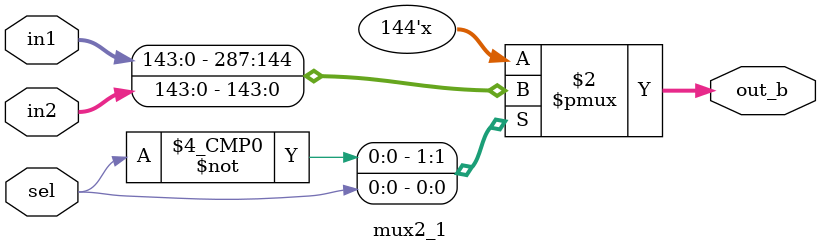
<source format=v>
module mux2_1 #(parameter data_width=8,parameter data_size=18)(in1,in2,sel,out_b);
input [data_size*data_width-1:0]        in1,in2;
input                   sel;
output reg [data_size*data_width-1:0]   out_b;

always@(*)
	begin
	  case(sel)
	    1'b0:out_b=in1;
		 1'b1:out_b=in2;
	  endcase
	end
endmodule
</source>
